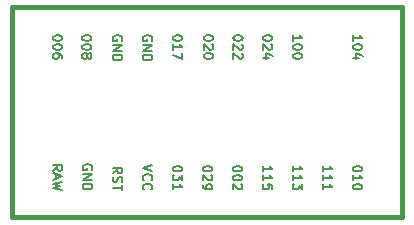
<source format=gbr>
G04 #@! TF.GenerationSoftware,KiCad,Pcbnew,(5.1.4-0)*
G04 #@! TF.CreationDate,2022-08-11T17:02:43-05:00*
G04 #@! TF.ProjectId,keyboard,6b657962-6f61-4726-942e-6b696361645f,rev?*
G04 #@! TF.SameCoordinates,Original*
G04 #@! TF.FileFunction,Legend,Top*
G04 #@! TF.FilePolarity,Positive*
%FSLAX46Y46*%
G04 Gerber Fmt 4.6, Leading zero omitted, Abs format (unit mm)*
G04 Created by KiCad (PCBNEW (5.1.4-0)) date 2022-08-11 17:02:43*
%MOMM*%
%LPD*%
G04 APERTURE LIST*
%ADD10C,0.381000*%
%ADD11C,0.150000*%
G04 APERTURE END LIST*
D10*
X476250Y-37465000D02*
X476250Y-19685000D01*
X476250Y-19685000D02*
X33496250Y-19685000D01*
X33496250Y-19685000D02*
X33496250Y-37465000D01*
X33496250Y-37465000D02*
X476250Y-37465000D01*
D11*
X7194345Y-22237810D02*
X7194345Y-22314000D01*
X7156250Y-22390190D01*
X7118154Y-22428286D01*
X7041964Y-22466381D01*
X6889583Y-22504476D01*
X6699107Y-22504476D01*
X6546726Y-22466381D01*
X6470535Y-22428286D01*
X6432440Y-22390190D01*
X6394345Y-22314000D01*
X6394345Y-22237810D01*
X6432440Y-22161619D01*
X6470535Y-22123524D01*
X6546726Y-22085429D01*
X6699107Y-22047333D01*
X6889583Y-22047333D01*
X7041964Y-22085429D01*
X7118154Y-22123524D01*
X7156250Y-22161619D01*
X7194345Y-22237810D01*
X7194345Y-22999714D02*
X7194345Y-23075905D01*
X7156250Y-23152095D01*
X7118154Y-23190190D01*
X7041964Y-23228286D01*
X6889583Y-23266381D01*
X6699107Y-23266381D01*
X6546726Y-23228286D01*
X6470535Y-23190190D01*
X6432440Y-23152095D01*
X6394345Y-23075905D01*
X6394345Y-22999714D01*
X6432440Y-22923524D01*
X6470535Y-22885429D01*
X6546726Y-22847333D01*
X6699107Y-22809238D01*
X6889583Y-22809238D01*
X7041964Y-22847333D01*
X7118154Y-22885429D01*
X7156250Y-22923524D01*
X7194345Y-22999714D01*
X6851488Y-23723524D02*
X6889583Y-23647333D01*
X6927678Y-23609238D01*
X7003869Y-23571143D01*
X7041964Y-23571143D01*
X7118154Y-23609238D01*
X7156250Y-23647333D01*
X7194345Y-23723524D01*
X7194345Y-23875905D01*
X7156250Y-23952095D01*
X7118154Y-23990190D01*
X7041964Y-24028286D01*
X7003869Y-24028286D01*
X6927678Y-23990190D01*
X6889583Y-23952095D01*
X6851488Y-23875905D01*
X6851488Y-23723524D01*
X6813392Y-23647333D01*
X6775297Y-23609238D01*
X6699107Y-23571143D01*
X6546726Y-23571143D01*
X6470535Y-23609238D01*
X6432440Y-23647333D01*
X6394345Y-23723524D01*
X6394345Y-23875905D01*
X6432440Y-23952095D01*
X6470535Y-23990190D01*
X6546726Y-24028286D01*
X6699107Y-24028286D01*
X6775297Y-23990190D01*
X6813392Y-23952095D01*
X6851488Y-23875905D01*
X17494345Y-22237810D02*
X17494345Y-22314000D01*
X17456250Y-22390190D01*
X17418154Y-22428286D01*
X17341964Y-22466381D01*
X17189583Y-22504476D01*
X16999107Y-22504476D01*
X16846726Y-22466381D01*
X16770535Y-22428286D01*
X16732440Y-22390190D01*
X16694345Y-22314000D01*
X16694345Y-22237810D01*
X16732440Y-22161619D01*
X16770535Y-22123524D01*
X16846726Y-22085429D01*
X16999107Y-22047333D01*
X17189583Y-22047333D01*
X17341964Y-22085429D01*
X17418154Y-22123524D01*
X17456250Y-22161619D01*
X17494345Y-22237810D01*
X17418154Y-22809238D02*
X17456250Y-22847333D01*
X17494345Y-22923524D01*
X17494345Y-23114000D01*
X17456250Y-23190190D01*
X17418154Y-23228286D01*
X17341964Y-23266381D01*
X17265773Y-23266381D01*
X17151488Y-23228286D01*
X16694345Y-22771143D01*
X16694345Y-23266381D01*
X17494345Y-23761619D02*
X17494345Y-23837810D01*
X17456250Y-23914000D01*
X17418154Y-23952095D01*
X17341964Y-23990190D01*
X17189583Y-24028286D01*
X16999107Y-24028286D01*
X16846726Y-23990190D01*
X16770535Y-23952095D01*
X16732440Y-23914000D01*
X16694345Y-23837810D01*
X16694345Y-23761619D01*
X16732440Y-23685429D01*
X16770535Y-23647333D01*
X16846726Y-23609238D01*
X16999107Y-23571143D01*
X17189583Y-23571143D01*
X17341964Y-23609238D01*
X17418154Y-23647333D01*
X17456250Y-23685429D01*
X17494345Y-23761619D01*
X14884345Y-22237810D02*
X14884345Y-22314000D01*
X14846250Y-22390190D01*
X14808154Y-22428286D01*
X14731964Y-22466381D01*
X14579583Y-22504476D01*
X14389107Y-22504476D01*
X14236726Y-22466381D01*
X14160535Y-22428286D01*
X14122440Y-22390190D01*
X14084345Y-22314000D01*
X14084345Y-22237810D01*
X14122440Y-22161619D01*
X14160535Y-22123524D01*
X14236726Y-22085429D01*
X14389107Y-22047333D01*
X14579583Y-22047333D01*
X14731964Y-22085429D01*
X14808154Y-22123524D01*
X14846250Y-22161619D01*
X14884345Y-22237810D01*
X14084345Y-23266381D02*
X14084345Y-22809238D01*
X14084345Y-23037810D02*
X14884345Y-23037810D01*
X14770059Y-22961619D01*
X14693869Y-22885429D01*
X14655773Y-22809238D01*
X14884345Y-23533048D02*
X14884345Y-24066381D01*
X14084345Y-23723524D01*
X12306250Y-22504476D02*
X12344345Y-22428285D01*
X12344345Y-22314000D01*
X12306250Y-22199714D01*
X12230059Y-22123523D01*
X12153869Y-22085428D01*
X12001488Y-22047333D01*
X11887202Y-22047333D01*
X11734821Y-22085428D01*
X11658630Y-22123523D01*
X11582440Y-22199714D01*
X11544345Y-22314000D01*
X11544345Y-22390190D01*
X11582440Y-22504476D01*
X11620535Y-22542571D01*
X11887202Y-22542571D01*
X11887202Y-22390190D01*
X11544345Y-22885428D02*
X12344345Y-22885428D01*
X11544345Y-23342571D01*
X12344345Y-23342571D01*
X11544345Y-23723523D02*
X12344345Y-23723523D01*
X12344345Y-23914000D01*
X12306250Y-24028285D01*
X12230059Y-24104476D01*
X12153869Y-24142571D01*
X12001488Y-24180666D01*
X11887202Y-24180666D01*
X11734821Y-24142571D01*
X11658630Y-24104476D01*
X11582440Y-24028285D01*
X11544345Y-23914000D01*
X11544345Y-23723523D01*
X9766250Y-22504476D02*
X9804345Y-22428285D01*
X9804345Y-22314000D01*
X9766250Y-22199714D01*
X9690059Y-22123523D01*
X9613869Y-22085428D01*
X9461488Y-22047333D01*
X9347202Y-22047333D01*
X9194821Y-22085428D01*
X9118630Y-22123523D01*
X9042440Y-22199714D01*
X9004345Y-22314000D01*
X9004345Y-22390190D01*
X9042440Y-22504476D01*
X9080535Y-22542571D01*
X9347202Y-22542571D01*
X9347202Y-22390190D01*
X9004345Y-22885428D02*
X9804345Y-22885428D01*
X9004345Y-23342571D01*
X9804345Y-23342571D01*
X9004345Y-23723523D02*
X9804345Y-23723523D01*
X9804345Y-23914000D01*
X9766250Y-24028285D01*
X9690059Y-24104476D01*
X9613869Y-24142571D01*
X9461488Y-24180666D01*
X9347202Y-24180666D01*
X9194821Y-24142571D01*
X9118630Y-24104476D01*
X9042440Y-24028285D01*
X9004345Y-23914000D01*
X9004345Y-23723523D01*
X19994345Y-22237810D02*
X19994345Y-22314000D01*
X19956250Y-22390190D01*
X19918154Y-22428286D01*
X19841964Y-22466381D01*
X19689583Y-22504476D01*
X19499107Y-22504476D01*
X19346726Y-22466381D01*
X19270535Y-22428286D01*
X19232440Y-22390190D01*
X19194345Y-22314000D01*
X19194345Y-22237810D01*
X19232440Y-22161619D01*
X19270535Y-22123524D01*
X19346726Y-22085429D01*
X19499107Y-22047333D01*
X19689583Y-22047333D01*
X19841964Y-22085429D01*
X19918154Y-22123524D01*
X19956250Y-22161619D01*
X19994345Y-22237810D01*
X19918154Y-22809238D02*
X19956250Y-22847333D01*
X19994345Y-22923524D01*
X19994345Y-23114000D01*
X19956250Y-23190190D01*
X19918154Y-23228286D01*
X19841964Y-23266381D01*
X19765773Y-23266381D01*
X19651488Y-23228286D01*
X19194345Y-22771143D01*
X19194345Y-23266381D01*
X19918154Y-23571143D02*
X19956250Y-23609238D01*
X19994345Y-23685429D01*
X19994345Y-23875905D01*
X19956250Y-23952095D01*
X19918154Y-23990190D01*
X19841964Y-24028286D01*
X19765773Y-24028286D01*
X19651488Y-23990190D01*
X19194345Y-23533048D01*
X19194345Y-24028286D01*
X22494345Y-22237810D02*
X22494345Y-22314000D01*
X22456250Y-22390190D01*
X22418154Y-22428286D01*
X22341964Y-22466381D01*
X22189583Y-22504476D01*
X21999107Y-22504476D01*
X21846726Y-22466381D01*
X21770535Y-22428286D01*
X21732440Y-22390190D01*
X21694345Y-22314000D01*
X21694345Y-22237810D01*
X21732440Y-22161619D01*
X21770535Y-22123524D01*
X21846726Y-22085429D01*
X21999107Y-22047333D01*
X22189583Y-22047333D01*
X22341964Y-22085429D01*
X22418154Y-22123524D01*
X22456250Y-22161619D01*
X22494345Y-22237810D01*
X22418154Y-22809238D02*
X22456250Y-22847333D01*
X22494345Y-22923524D01*
X22494345Y-23114000D01*
X22456250Y-23190190D01*
X22418154Y-23228286D01*
X22341964Y-23266381D01*
X22265773Y-23266381D01*
X22151488Y-23228286D01*
X21694345Y-22771143D01*
X21694345Y-23266381D01*
X22227678Y-23952095D02*
X21694345Y-23952095D01*
X22532440Y-23761619D02*
X21961011Y-23571143D01*
X21961011Y-24066381D01*
X24244345Y-22504476D02*
X24244345Y-22047333D01*
X24244345Y-22275905D02*
X25044345Y-22275905D01*
X24930059Y-22199714D01*
X24853869Y-22123524D01*
X24815773Y-22047333D01*
X25044345Y-22999714D02*
X25044345Y-23075905D01*
X25006250Y-23152095D01*
X24968154Y-23190190D01*
X24891964Y-23228286D01*
X24739583Y-23266381D01*
X24549107Y-23266381D01*
X24396726Y-23228286D01*
X24320535Y-23190190D01*
X24282440Y-23152095D01*
X24244345Y-23075905D01*
X24244345Y-22999714D01*
X24282440Y-22923524D01*
X24320535Y-22885429D01*
X24396726Y-22847333D01*
X24549107Y-22809238D01*
X24739583Y-22809238D01*
X24891964Y-22847333D01*
X24968154Y-22885429D01*
X25006250Y-22923524D01*
X25044345Y-22999714D01*
X25044345Y-23761619D02*
X25044345Y-23837810D01*
X25006250Y-23914000D01*
X24968154Y-23952095D01*
X24891964Y-23990190D01*
X24739583Y-24028286D01*
X24549107Y-24028286D01*
X24396726Y-23990190D01*
X24320535Y-23952095D01*
X24282440Y-23914000D01*
X24244345Y-23837810D01*
X24244345Y-23761619D01*
X24282440Y-23685429D01*
X24320535Y-23647333D01*
X24396726Y-23609238D01*
X24549107Y-23571143D01*
X24739583Y-23571143D01*
X24891964Y-23609238D01*
X24968154Y-23647333D01*
X25006250Y-23685429D01*
X25044345Y-23761619D01*
X29324345Y-22504476D02*
X29324345Y-22047333D01*
X29324345Y-22275905D02*
X30124345Y-22275905D01*
X30010059Y-22199714D01*
X29933869Y-22123524D01*
X29895773Y-22047333D01*
X30124345Y-22999714D02*
X30124345Y-23075905D01*
X30086250Y-23152095D01*
X30048154Y-23190190D01*
X29971964Y-23228286D01*
X29819583Y-23266381D01*
X29629107Y-23266381D01*
X29476726Y-23228286D01*
X29400535Y-23190190D01*
X29362440Y-23152095D01*
X29324345Y-23075905D01*
X29324345Y-22999714D01*
X29362440Y-22923524D01*
X29400535Y-22885429D01*
X29476726Y-22847333D01*
X29629107Y-22809238D01*
X29819583Y-22809238D01*
X29971964Y-22847333D01*
X30048154Y-22885429D01*
X30086250Y-22923524D01*
X30124345Y-22999714D01*
X29857678Y-23952095D02*
X29324345Y-23952095D01*
X30162440Y-23761619D02*
X29591011Y-23571143D01*
X29591011Y-24066381D01*
X26784345Y-33578857D02*
X26784345Y-33121714D01*
X26784345Y-33350286D02*
X27584345Y-33350286D01*
X27470059Y-33274095D01*
X27393869Y-33197905D01*
X27355773Y-33121714D01*
X26784345Y-34340762D02*
X26784345Y-33883619D01*
X26784345Y-34112191D02*
X27584345Y-34112191D01*
X27470059Y-34036000D01*
X27393869Y-33959810D01*
X27355773Y-33883619D01*
X26784345Y-35102667D02*
X26784345Y-34645524D01*
X26784345Y-34874095D02*
X27584345Y-34874095D01*
X27470059Y-34797905D01*
X27393869Y-34721714D01*
X27355773Y-34645524D01*
X24244345Y-33578857D02*
X24244345Y-33121714D01*
X24244345Y-33350286D02*
X25044345Y-33350286D01*
X24930059Y-33274095D01*
X24853869Y-33197905D01*
X24815773Y-33121714D01*
X24244345Y-34340762D02*
X24244345Y-33883619D01*
X24244345Y-34112191D02*
X25044345Y-34112191D01*
X24930059Y-34036000D01*
X24853869Y-33959810D01*
X24815773Y-33883619D01*
X25044345Y-34607429D02*
X25044345Y-35102667D01*
X24739583Y-34836000D01*
X24739583Y-34950286D01*
X24701488Y-35026476D01*
X24663392Y-35064571D01*
X24587202Y-35102667D01*
X24396726Y-35102667D01*
X24320535Y-35064571D01*
X24282440Y-35026476D01*
X24244345Y-34950286D01*
X24244345Y-34721714D01*
X24282440Y-34645524D01*
X24320535Y-34607429D01*
X14884345Y-33312191D02*
X14884345Y-33388381D01*
X14846250Y-33464571D01*
X14808154Y-33502667D01*
X14731964Y-33540762D01*
X14579583Y-33578857D01*
X14389107Y-33578857D01*
X14236726Y-33540762D01*
X14160535Y-33502667D01*
X14122440Y-33464571D01*
X14084345Y-33388381D01*
X14084345Y-33312191D01*
X14122440Y-33236000D01*
X14160535Y-33197905D01*
X14236726Y-33159810D01*
X14389107Y-33121714D01*
X14579583Y-33121714D01*
X14731964Y-33159810D01*
X14808154Y-33197905D01*
X14846250Y-33236000D01*
X14884345Y-33312191D01*
X14884345Y-33845524D02*
X14884345Y-34340762D01*
X14579583Y-34074095D01*
X14579583Y-34188381D01*
X14541488Y-34264571D01*
X14503392Y-34302667D01*
X14427202Y-34340762D01*
X14236726Y-34340762D01*
X14160535Y-34302667D01*
X14122440Y-34264571D01*
X14084345Y-34188381D01*
X14084345Y-33959810D01*
X14122440Y-33883619D01*
X14160535Y-33845524D01*
X14084345Y-35102667D02*
X14084345Y-34645524D01*
X14084345Y-34874095D02*
X14884345Y-34874095D01*
X14770059Y-34797905D01*
X14693869Y-34721714D01*
X14655773Y-34645524D01*
X12344345Y-33045524D02*
X11544345Y-33312191D01*
X12344345Y-33578857D01*
X11620535Y-34302667D02*
X11582440Y-34264571D01*
X11544345Y-34150286D01*
X11544345Y-34074095D01*
X11582440Y-33959810D01*
X11658630Y-33883619D01*
X11734821Y-33845524D01*
X11887202Y-33807429D01*
X12001488Y-33807429D01*
X12153869Y-33845524D01*
X12230059Y-33883619D01*
X12306250Y-33959810D01*
X12344345Y-34074095D01*
X12344345Y-34150286D01*
X12306250Y-34264571D01*
X12268154Y-34302667D01*
X11620535Y-35102667D02*
X11582440Y-35064571D01*
X11544345Y-34950286D01*
X11544345Y-34874095D01*
X11582440Y-34759810D01*
X11658630Y-34683619D01*
X11734821Y-34645524D01*
X11887202Y-34607429D01*
X12001488Y-34607429D01*
X12153869Y-34645524D01*
X12230059Y-34683619D01*
X12306250Y-34759810D01*
X12344345Y-34874095D01*
X12344345Y-34950286D01*
X12306250Y-35064571D01*
X12268154Y-35102667D01*
X7226250Y-33420143D02*
X7264345Y-33343952D01*
X7264345Y-33229667D01*
X7226250Y-33115381D01*
X7150059Y-33039190D01*
X7073869Y-33001095D01*
X6921488Y-32963000D01*
X6807202Y-32963000D01*
X6654821Y-33001095D01*
X6578630Y-33039190D01*
X6502440Y-33115381D01*
X6464345Y-33229667D01*
X6464345Y-33305857D01*
X6502440Y-33420143D01*
X6540535Y-33458238D01*
X6807202Y-33458238D01*
X6807202Y-33305857D01*
X6464345Y-33801095D02*
X7264345Y-33801095D01*
X6464345Y-34258238D01*
X7264345Y-34258238D01*
X6464345Y-34639190D02*
X7264345Y-34639190D01*
X7264345Y-34829667D01*
X7226250Y-34943952D01*
X7150059Y-35020143D01*
X7073869Y-35058238D01*
X6921488Y-35096333D01*
X6807202Y-35096333D01*
X6654821Y-35058238D01*
X6578630Y-35020143D01*
X6502440Y-34943952D01*
X6464345Y-34829667D01*
X6464345Y-34639190D01*
X3924345Y-33496334D02*
X4305297Y-33229667D01*
X3924345Y-33039191D02*
X4724345Y-33039191D01*
X4724345Y-33343953D01*
X4686250Y-33420143D01*
X4648154Y-33458238D01*
X4571964Y-33496334D01*
X4457678Y-33496334D01*
X4381488Y-33458238D01*
X4343392Y-33420143D01*
X4305297Y-33343953D01*
X4305297Y-33039191D01*
X4152916Y-33801095D02*
X4152916Y-34182048D01*
X3924345Y-33724905D02*
X4724345Y-33991572D01*
X3924345Y-34258238D01*
X4724345Y-34448715D02*
X3924345Y-34639191D01*
X4495773Y-34791572D01*
X3924345Y-34943953D01*
X4724345Y-35134429D01*
X17424345Y-33312191D02*
X17424345Y-33388381D01*
X17386250Y-33464571D01*
X17348154Y-33502667D01*
X17271964Y-33540762D01*
X17119583Y-33578857D01*
X16929107Y-33578857D01*
X16776726Y-33540762D01*
X16700535Y-33502667D01*
X16662440Y-33464571D01*
X16624345Y-33388381D01*
X16624345Y-33312191D01*
X16662440Y-33236000D01*
X16700535Y-33197905D01*
X16776726Y-33159810D01*
X16929107Y-33121714D01*
X17119583Y-33121714D01*
X17271964Y-33159810D01*
X17348154Y-33197905D01*
X17386250Y-33236000D01*
X17424345Y-33312191D01*
X17348154Y-33883619D02*
X17386250Y-33921714D01*
X17424345Y-33997905D01*
X17424345Y-34188381D01*
X17386250Y-34264571D01*
X17348154Y-34302667D01*
X17271964Y-34340762D01*
X17195773Y-34340762D01*
X17081488Y-34302667D01*
X16624345Y-33845524D01*
X16624345Y-34340762D01*
X16624345Y-34721714D02*
X16624345Y-34874095D01*
X16662440Y-34950286D01*
X16700535Y-34988381D01*
X16814821Y-35064571D01*
X16967202Y-35102667D01*
X17271964Y-35102667D01*
X17348154Y-35064571D01*
X17386250Y-35026476D01*
X17424345Y-34950286D01*
X17424345Y-34797905D01*
X17386250Y-34721714D01*
X17348154Y-34683619D01*
X17271964Y-34645524D01*
X17081488Y-34645524D01*
X17005297Y-34683619D01*
X16967202Y-34721714D01*
X16929107Y-34797905D01*
X16929107Y-34950286D01*
X16967202Y-35026476D01*
X17005297Y-35064571D01*
X17081488Y-35102667D01*
X19964345Y-33312191D02*
X19964345Y-33388381D01*
X19926250Y-33464571D01*
X19888154Y-33502667D01*
X19811964Y-33540762D01*
X19659583Y-33578857D01*
X19469107Y-33578857D01*
X19316726Y-33540762D01*
X19240535Y-33502667D01*
X19202440Y-33464571D01*
X19164345Y-33388381D01*
X19164345Y-33312191D01*
X19202440Y-33236000D01*
X19240535Y-33197905D01*
X19316726Y-33159810D01*
X19469107Y-33121714D01*
X19659583Y-33121714D01*
X19811964Y-33159810D01*
X19888154Y-33197905D01*
X19926250Y-33236000D01*
X19964345Y-33312191D01*
X19964345Y-34074095D02*
X19964345Y-34150286D01*
X19926250Y-34226476D01*
X19888154Y-34264571D01*
X19811964Y-34302667D01*
X19659583Y-34340762D01*
X19469107Y-34340762D01*
X19316726Y-34302667D01*
X19240535Y-34264571D01*
X19202440Y-34226476D01*
X19164345Y-34150286D01*
X19164345Y-34074095D01*
X19202440Y-33997905D01*
X19240535Y-33959810D01*
X19316726Y-33921714D01*
X19469107Y-33883619D01*
X19659583Y-33883619D01*
X19811964Y-33921714D01*
X19888154Y-33959810D01*
X19926250Y-33997905D01*
X19964345Y-34074095D01*
X19888154Y-34645524D02*
X19926250Y-34683619D01*
X19964345Y-34759810D01*
X19964345Y-34950286D01*
X19926250Y-35026476D01*
X19888154Y-35064571D01*
X19811964Y-35102667D01*
X19735773Y-35102667D01*
X19621488Y-35064571D01*
X19164345Y-34607429D01*
X19164345Y-35102667D01*
X21704345Y-33578857D02*
X21704345Y-33121714D01*
X21704345Y-33350286D02*
X22504345Y-33350286D01*
X22390059Y-33274095D01*
X22313869Y-33197905D01*
X22275773Y-33121714D01*
X21704345Y-34340762D02*
X21704345Y-33883619D01*
X21704345Y-34112191D02*
X22504345Y-34112191D01*
X22390059Y-34036000D01*
X22313869Y-33959810D01*
X22275773Y-33883619D01*
X22504345Y-35064571D02*
X22504345Y-34683619D01*
X22123392Y-34645524D01*
X22161488Y-34683619D01*
X22199583Y-34759810D01*
X22199583Y-34950286D01*
X22161488Y-35026476D01*
X22123392Y-35064571D01*
X22047202Y-35102667D01*
X21856726Y-35102667D01*
X21780535Y-35064571D01*
X21742440Y-35026476D01*
X21704345Y-34950286D01*
X21704345Y-34759810D01*
X21742440Y-34683619D01*
X21780535Y-34645524D01*
X30124345Y-33312191D02*
X30124345Y-33388381D01*
X30086250Y-33464571D01*
X30048154Y-33502667D01*
X29971964Y-33540762D01*
X29819583Y-33578857D01*
X29629107Y-33578857D01*
X29476726Y-33540762D01*
X29400535Y-33502667D01*
X29362440Y-33464571D01*
X29324345Y-33388381D01*
X29324345Y-33312191D01*
X29362440Y-33236000D01*
X29400535Y-33197905D01*
X29476726Y-33159810D01*
X29629107Y-33121714D01*
X29819583Y-33121714D01*
X29971964Y-33159810D01*
X30048154Y-33197905D01*
X30086250Y-33236000D01*
X30124345Y-33312191D01*
X29324345Y-34340762D02*
X29324345Y-33883619D01*
X29324345Y-34112191D02*
X30124345Y-34112191D01*
X30010059Y-34036000D01*
X29933869Y-33959810D01*
X29895773Y-33883619D01*
X30124345Y-34836000D02*
X30124345Y-34912191D01*
X30086250Y-34988381D01*
X30048154Y-35026476D01*
X29971964Y-35064571D01*
X29819583Y-35102667D01*
X29629107Y-35102667D01*
X29476726Y-35064571D01*
X29400535Y-35026476D01*
X29362440Y-34988381D01*
X29324345Y-34912191D01*
X29324345Y-34836000D01*
X29362440Y-34759810D01*
X29400535Y-34721714D01*
X29476726Y-34683619D01*
X29629107Y-34645524D01*
X29819583Y-34645524D01*
X29971964Y-34683619D01*
X30048154Y-34721714D01*
X30086250Y-34759810D01*
X30124345Y-34836000D01*
X4724345Y-22237810D02*
X4724345Y-22314000D01*
X4686250Y-22390190D01*
X4648154Y-22428286D01*
X4571964Y-22466381D01*
X4419583Y-22504476D01*
X4229107Y-22504476D01*
X4076726Y-22466381D01*
X4000535Y-22428286D01*
X3962440Y-22390190D01*
X3924345Y-22314000D01*
X3924345Y-22237810D01*
X3962440Y-22161619D01*
X4000535Y-22123524D01*
X4076726Y-22085429D01*
X4229107Y-22047333D01*
X4419583Y-22047333D01*
X4571964Y-22085429D01*
X4648154Y-22123524D01*
X4686250Y-22161619D01*
X4724345Y-22237810D01*
X4724345Y-22999714D02*
X4724345Y-23075905D01*
X4686250Y-23152095D01*
X4648154Y-23190190D01*
X4571964Y-23228286D01*
X4419583Y-23266381D01*
X4229107Y-23266381D01*
X4076726Y-23228286D01*
X4000535Y-23190190D01*
X3962440Y-23152095D01*
X3924345Y-23075905D01*
X3924345Y-22999714D01*
X3962440Y-22923524D01*
X4000535Y-22885429D01*
X4076726Y-22847333D01*
X4229107Y-22809238D01*
X4419583Y-22809238D01*
X4571964Y-22847333D01*
X4648154Y-22885429D01*
X4686250Y-22923524D01*
X4724345Y-22999714D01*
X4724345Y-23952095D02*
X4724345Y-23799714D01*
X4686250Y-23723524D01*
X4648154Y-23685429D01*
X4533869Y-23609238D01*
X4381488Y-23571143D01*
X4076726Y-23571143D01*
X4000535Y-23609238D01*
X3962440Y-23647333D01*
X3924345Y-23723524D01*
X3924345Y-23875905D01*
X3962440Y-23952095D01*
X4000535Y-23990190D01*
X4076726Y-24028286D01*
X4267202Y-24028286D01*
X4343392Y-23990190D01*
X4381488Y-23952095D01*
X4419583Y-23875905D01*
X4419583Y-23723524D01*
X4381488Y-23647333D01*
X4343392Y-23609238D01*
X4267202Y-23571143D01*
X9004345Y-33724904D02*
X9385297Y-33458238D01*
X9004345Y-33267761D02*
X9804345Y-33267761D01*
X9804345Y-33572523D01*
X9766250Y-33648714D01*
X9728154Y-33686809D01*
X9651964Y-33724904D01*
X9537678Y-33724904D01*
X9461488Y-33686809D01*
X9423392Y-33648714D01*
X9385297Y-33572523D01*
X9385297Y-33267761D01*
X9042440Y-34029666D02*
X9004345Y-34143952D01*
X9004345Y-34334428D01*
X9042440Y-34410619D01*
X9080535Y-34448714D01*
X9156726Y-34486809D01*
X9232916Y-34486809D01*
X9309107Y-34448714D01*
X9347202Y-34410619D01*
X9385297Y-34334428D01*
X9423392Y-34182047D01*
X9461488Y-34105857D01*
X9499583Y-34067761D01*
X9575773Y-34029666D01*
X9651964Y-34029666D01*
X9728154Y-34067761D01*
X9766250Y-34105857D01*
X9804345Y-34182047D01*
X9804345Y-34372523D01*
X9766250Y-34486809D01*
X9804345Y-34715380D02*
X9804345Y-35172523D01*
X9004345Y-34943952D02*
X9804345Y-34943952D01*
M02*

</source>
